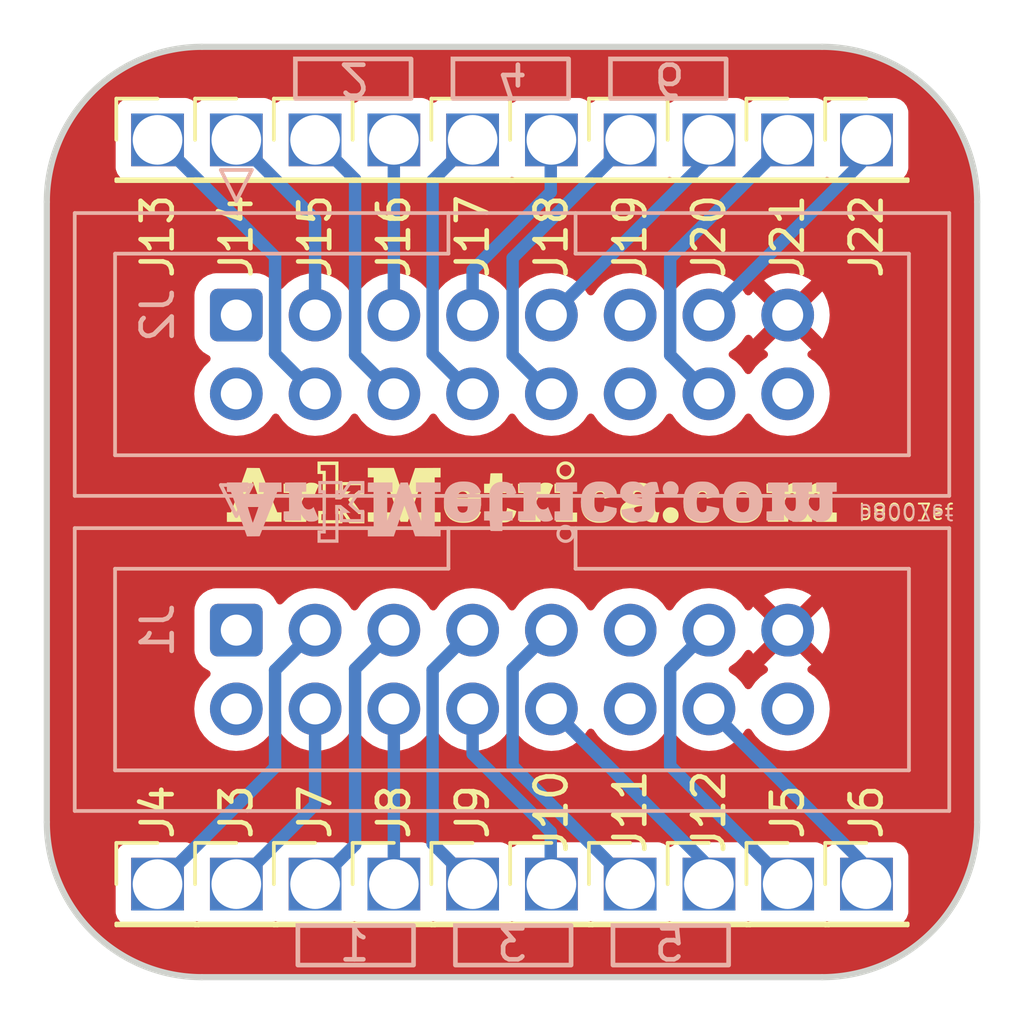
<source format=kicad_pcb>
(kicad_pcb (version 20221018) (generator pcbnew)
  (layers (0 "F.Cu" signal) (31 "B.Cu" signal) (34 "B.Paste" user) (35 "F.Paste" user) (36 "B.SilkS" user "B.Silkscreen") (37 "F.SilkS" user "F.Silkscreen") (38 "B.Mask" user) (39 "F.Mask" user) (44 "Edge.Cuts" user))
  (net 0 "")
  (net 1 "/I_OD_T")
  (net 2 "/V_OD_T")
  (net 3 "/I_1")
  (net 4 "/V_1")
  (net 5 "/I_3")
  (net 6 "/V_3")
  (net 7 "/I_5")
  (net 8 "/V_5")
  (net 9 "/I_OD_B")
  (net 10 "/V_OD_B")
  (net 11 "/I_EV_T")
  (net 12 "/V_EV_T")
  (net 13 "/I_2")
  (net 14 "/V_2")
  (net 15 "/I_4")
  (net 16 "/V_4")
  (net 17 "/I_6")
  (net 18 "/V_6")
  (net 19 "/I_EV_B")
  (net 20 "/V_EV_B")
  (net 27 "GND")
  (footprint "custom:S25-022+P25-4023_OFF" (layer "F.Cu") (at 135.65 82.14)
    (fp_text reference "J15" (at 0 3.11 90) (layer "F.SilkS"))
    (fp_text value "Conn_01x01" hide)
    (pad "1" thru_hole rect (at 0 0) (size 1.7 1.7) (drill 1.6) (layers "*.Cu" "*.Mask") (net 14 "/V_2"))
  )
  (footprint "custom:S25-022+P25-4023_OFF" (layer "F.Cu") (at 133.11 82.14)
    (fp_text reference "J14" (at 0 3.11 90) (layer "F.SilkS"))
    (fp_text value "Conn_01x01" hide)
    (pad "1" thru_hole rect (at 0 0) (size 1.7 1.7) (drill 1.6) (layers "*.Cu" "*.Mask") (net 11 "/I_EV_T"))
  )
  (footprint "custom:S25-022+P25-4023_OFF" (layer "F.Cu") (at 130.57 82.14)
    (fp_text reference "J13" (at 0 3.11 90) (layer "F.SilkS"))
    (fp_text value "Conn_01x01" hide)
    (pad "1" thru_hole rect (at 0 0) (size 1.7 1.7) (drill 1.6) (layers "*.Cu" "*.Mask") (net 12 "/V_EV_T"))
  )
  (footprint "custom:S25-022+P25-4023_OFF" (layer "F.Cu") (at 140.73 106.14)
    (fp_text reference "J9" (at 0 -2.33 90) (layer "F.SilkS"))
    (fp_text value "Conn_01x01" hide)
    (pad "1" thru_hole rect (at 0 0) (size 1.7 1.7) (drill 1.6) (layers "*.Cu" "*.Mask") (net 5 "/I_3"))
  )
  (footprint "custom:S25-022+P25-4023_OFF" (layer "F.Cu") (at 138.19 82.14)
    (fp_text reference "J16" (at 0 3.11 90) (layer "F.SilkS"))
    (fp_text value "Conn_01x01" hide)
    (pad "1" thru_hole rect (at 0 0) (size 1.7 1.7) (drill 1.6) (layers "*.Cu" "*.Mask") (net 13 "/I_2"))
  )
  (footprint "custom:S25-022+P25-4023_OFF" (layer "F.Cu") (at 150.89 106.14)
    (fp_text reference "J5" (at 0 -2.33 90) (layer "F.SilkS"))
    (fp_text value "Conn_01x01" hide)
    (pad "1" thru_hole rect (at 0 0) (size 1.7 1.7) (drill 1.6) (layers "*.Cu" "*.Mask") (net 9 "/I_OD_B"))
  )
  (footprint "custom:S25-022+P25-4023_OFF" (layer "F.Cu") (at 145.81 106.14)
    (fp_text reference "J11" (at 0 -2.33 90) (layer "F.SilkS"))
    (fp_text value "Conn_01x01" hide)
    (pad "1" thru_hole rect (at 0 0) (size 1.7 1.7) (drill 1.6) (layers "*.Cu" "*.Mask") (net 7 "/I_5"))
  )
  (footprint "custom:S25-022+P25-4023_OFF" (layer "F.Cu") (at 148.35 106.14)
    (fp_text reference "J12" (at 0 -2.33 90) (layer "F.SilkS"))
    (fp_text value "Conn_01x01" hide)
    (pad "1" thru_hole rect (at 0 0) (size 1.7 1.7) (drill 1.6) (layers "*.Cu" "*.Mask") (net 8 "/V_5"))
  )
  (footprint "custom:S25-022+P25-4023_OFF" (layer "F.Cu") (at 145.81 82.14)
    (fp_text reference "J19" (at 0 3.11 90) (layer "F.SilkS"))
    (fp_text value "Conn_01x01" hide)
    (pad "1" thru_hole rect (at 0 0) (size 1.7 1.7) (drill 1.6) (layers "*.Cu" "*.Mask") (net 18 "/V_6"))
  )
  (footprint "custom:S25-022+P25-4023_OFF" (layer "F.Cu") (at 135.65 106.14)
    (fp_text reference "J7" (at 0 -2.33 90) (layer "F.SilkS"))
    (fp_text value "Conn_01x01" hide)
    (pad "1" thru_hole rect (at 0 0) (size 1.7 1.7) (drill 1.6) (layers "*.Cu" "*.Mask") (net 3 "/I_1"))
  )
  (footprint "custom:S25-022+P25-4023_OFF" (layer "F.Cu") (at 130.57 106.14)
    (fp_text reference "J4" (at 0 -2.33 90) (layer "F.SilkS"))
    (fp_text value "Conn_01x01" hide)
    (pad "1" thru_hole rect (at 0 0) (size 1.7 1.7) (drill 1.6) (layers "*.Cu" "*.Mask") (net 1 "/I_OD_T"))
  )
  (footprint "custom:S25-022+P25-4023_OFF" (layer "F.Cu") (at 153.43 82.14)
    (fp_text reference "J22" (at 0 3.11 90) (layer "F.SilkS"))
    (fp_text value "Conn_01x01" hide)
    (pad "1" thru_hole rect (at 0 0) (size 1.7 1.7) (drill 1.6) (layers "*.Cu" "*.Mask") (net 19 "/I_EV_B"))
  )
  (footprint "custom:S25-022+P25-4023_OFF" (layer "F.Cu") (at 143.27 82.14)
    (fp_text reference "J18" (at 0 3.11 90) (layer "F.SilkS"))
    (fp_text value "Conn_01x01" hide)
    (pad "1" thru_hole rect (at 0 0) (size 1.7 1.7) (drill 1.6) (layers "*.Cu" "*.Mask") (net 15 "/I_4"))
  )
  (footprint "custom:S25-022+P25-4023_OFF" (layer "F.Cu") (at 140.73 82.14)
    (fp_text reference "J17" (at 0 3.11 90) (layer "F.SilkS"))
    (fp_text value "Conn_01x01" hide)
    (pad "1" thru_hole rect (at 0 0) (size 1.7 1.7) (drill 1.6) (layers "*.Cu" "*.Mask") (net 16 "/V_4"))
  )
  (footprint "custom:S25-022+P25-4023_OFF" (layer "F.Cu") (at 138.19 106.14)
    (fp_text reference "J8" (at 0 -2.33 90) (layer "F.SilkS"))
    (fp_text value "Conn_01x01" hide)
    (pad "1" thru_hole rect (at 0 0) (size 1.7 1.7) (drill 1.6) (layers "*.Cu" "*.Mask") (net 4 "/V_1"))
  )
  (footprint "custom:S25-022+P25-4023_OFF" (layer "F.Cu") (at 150.89 82.14)
    (fp_text reference "J21" (at 0 3.11 90) (layer "F.SilkS"))
    (fp_text value "Conn_01x01" hide)
    (pad "1" thru_hole rect (at 0 0) (size 1.7 1.7) (drill 1.6) (layers "*.Cu" "*.Mask") (net 20 "/V_EV_B"))
  )
  (footprint "custom:site_small" (layer "F.Cu") (at 142.635 93.505)
    (fp_text reference "SYM2" hide)
    (fp_text value "Logo_Open_Hardware_Small" hide)
  )
  (footprint "custom:S25-022+P25-4023_OFF" (layer "F.Cu") (at 153.43 106.14)
    (fp_text reference "J6" (at 0 -2.33 90) (layer "F.SilkS"))
    (fp_text value "Conn_01x01" hide)
    (pad "1" thru_hole rect (at 0 0) (size 1.7 1.7) (drill 1.6) (layers "*.Cu" "*.Mask") (net 10 "/V_OD_B"))
  )
  (footprint "custom:S25-022+P25-4023_OFF" (layer "F.Cu") (at 133.11 106.14)
    (fp_text reference "J3" (at 0 -2.33 90) (layer "F.SilkS"))
    (fp_text value "Conn_01x01" hide)
    (pad "1" thru_hole rect (at 0 0) (size 1.7 1.7) (drill 1.6) (layers "*.Cu" "*.Mask") (net 2 "/V_OD_T"))
  )
  (footprint "custom:S25-022+P25-4023_OFF" (layer "F.Cu") (at 143.27 106.14)
    (fp_text reference "J10" (at 0 -2.33 90) (layer "F.SilkS"))
    (fp_text value "Conn_01x01" hide)
    (pad "1" thru_hole rect (at 0 0) (size 1.7 1.7) (drill 1.6) (layers "*.Cu" "*.Mask") (net 6 "/V_3"))
  )
  (footprint "custom:S25-022+P25-4023_OFF" (layer "F.Cu") (at 148.35 82.14)
    (fp_text reference "J20" (at 0 3.11 90) (layer "F.SilkS"))
    (fp_text value "Conn_01x01" hide)
    (pad "1" thru_hole rect (at 0 0) (size 1.7 1.7) (drill 1.6) (layers "*.Cu" "*.Mask") (net 17 "/I_6"))
  )
  (footprint "custom:HIF3FC-16PA-2.54DSA(71)" (layer "B.Cu") (at 133.11 87.79 -90)
    (fp_text reference "J2" (at 0 2.54 90) (layer "B.SilkS") (effects (justify mirror)))
    (fp_text value "Conn_02x08_Odd_Even" hide)
    (pad "1" thru_hole roundrect (at 0 0 270) (size 1.7 1.7) (drill 1) (layers "*.Cu" "*.Mask") (roundrect_rratio 0.1470588235))
    (pad "2" thru_hole circle (at 2.54 0 270) (size 1.7 1.7) (drill 1) (layers "*.Cu" "*.Mask"))
    (pad "3" thru_hole circle (at 0 -2.54 270) (size 1.7 1.7) (drill 1) (layers "*.Cu" "*.Mask") (net 11 "/I_EV_T"))
    (pad "4" thru_hole circle (at 2.54 -2.54 270) (size 1.7 1.7) (drill 1) (layers "*.Cu" "*.Mask") (net 12 "/V_EV_T"))
    (pad "5" thru_hole circle (at 0 -5.08 270) (size 1.7 1.7) (drill 1) (layers "*.Cu" "*.Mask") (net 13 "/I_2"))
    (pad "6" thru_hole circle (at 2.54 -5.08 270) (size 1.7 1.7) (drill 1) (layers "*.Cu" "*.Mask") (net 14 "/V_2"))
    (pad "7" thru_hole circle (at 0 -7.62 270) (size 1.7 1.7) (drill 1) (layers "*.Cu" "*.Mask") (net 15 "/I_4"))
    (pad "8" thru_hole circle (at 2.54 -7.62 270) (size 1.7 1.7) (drill 1) (layers "*.Cu" "*.Mask") (net 16 "/V_4"))
    (pad "9" thru_hole circle (at 0 -10.16 270) (size 1.7 1.7) (drill 1) (layers "*.Cu" "*.Mask") (net 17 "/I_6"))
    (pad "10" thru_hole circle (at 2.54 -10.16 270) (size 1.7 1.7) (drill 1) (layers "*.Cu" "*.Mask") (net 18 "/V_6"))
    (pad "11" thru_hole circle (at 0 -12.7 270) (size 1.7 1.7) (drill 1) (layers "*.Cu" "*.Mask"))
    (pad "12" thru_hole circle (at 2.54 -12.7 270) (size 1.7 1.7) (drill 1) (layers "*.Cu" "*.Mask"))
    (pad "13" thru_hole circle (at 0 -15.24 270) (size 1.7 1.7) (drill 1) (layers "*.Cu" "*.Mask") (net 19 "/I_EV_B"))
    (pad "14" thru_hole circle (at 2.54 -15.24 270) (size 1.7 1.7) (drill 1) (layers "*.Cu" "*.Mask") (net 20 "/V_EV_B"))
    (pad "15" thru_hole circle (at 0 -17.78 270) (size 1.7 1.7) (drill 1) (layers "*.Cu" "*.Mask") (net 27 "GND"))
    (pad "16" thru_hole circle (at 2.54 -17.78 270) (size 1.7 1.7) (drill 1) (layers "*.Cu" "*.Mask"))
  )
  (footprint "custom:HIF3FC-16PA-2.54DSA(71)" (layer "B.Cu") (at 133.11 97.95 -90)
    (fp_text reference "J1" (at 0 2.54 90) (layer "B.SilkS") (effects (justify mirror)))
    (fp_text value "Conn_02x08_Odd_Even" hide)
    (pad "1" thru_hole roundrect (at 0 0 270) (size 1.7 1.7) (drill 1) (layers "*.Cu" "*.Mask") (roundrect_rratio 0.1470588235))
    (pad "2" thru_hole circle (at 2.54 0 270) (size 1.7 1.7) (drill 1) (layers "*.Cu" "*.Mask"))
    (pad "3" thru_hole circle (at 0 -2.54 270) (size 1.7 1.7) (drill 1) (layers "*.Cu" "*.Mask") (net 1 "/I_OD_T"))
    (pad "4" thru_hole circle (at 2.54 -2.54 270) (size 1.7 1.7) (drill 1) (layers "*.Cu" "*.Mask") (net 2 "/V_OD_T"))
    (pad "5" thru_hole circle (at 0 -5.08 270) (size 1.7 1.7) (drill 1) (layers "*.Cu" "*.Mask") (net 3 "/I_1"))
    (pad "6" thru_hole circle (at 2.54 -5.08 270) (size 1.7 1.7) (drill 1) (layers "*.Cu" "*.Mask") (net 4 "/V_1"))
    (pad "7" thru_hole circle (at 0 -7.62 270) (size 1.7 1.7) (drill 1) (layers "*.Cu" "*.Mask") (net 5 "/I_3"))
    (pad "8" thru_hole circle (at 2.54 -7.62 270) (size 1.7 1.7) (drill 1) (layers "*.Cu" "*.Mask") (net 6 "/V_3"))
    (pad "9" thru_hole circle (at 0 -10.16 270) (size 1.7 1.7) (drill 1) (layers "*.Cu" "*.Mask") (net 7 "/I_5"))
    (pad "10" thru_hole circle (at 2.54 -10.16 270) (size 1.7 1.7) (drill 1) (layers "*.Cu" "*.Mask") (net 8 "/V_5"))
    (pad "11" thru_hole circle (at 0 -12.7 270) (size 1.7 1.7) (drill 1) (layers "*.Cu" "*.Mask"))
    (pad "12" thru_hole circle (at 2.54 -12.7 270) (size 1.7 1.7) (drill 1) (layers "*.Cu" "*.Mask"))
    (pad "13" thru_hole circle (at 0 -15.24 270) (size 1.7 1.7) (drill 1) (layers "*.Cu" "*.Mask") (net 9 "/I_OD_B"))
    (pad "14" thru_hole circle (at 2.54 -15.24 270) (size 1.7 1.7) (drill 1) (layers "*.Cu" "*.Mask") (net 10 "/V_OD_B"))
    (pad "15" thru_hole circle (at 0 -17.78 270) (size 1.7 1.7) (drill 1) (layers "*.Cu" "*.Mask") (net 27 "GND"))
    (pad "16" thru_hole circle (at 2.54 -17.78 270) (size 1.7 1.7) (drill 1) (layers "*.Cu" "*.Mask"))
  )
  (footprint "custom:site_small" (layer "B.Cu") (at 142.635 94.14)
    (fp_text reference "SYM1" hide)
    (fp_text value "Logo_Open_Hardware_Small" hide)
  )
  (gr_rect (start 140.095 79.53) (end 143.825 80.805) (stroke (width 0.15)) (fill none) (layer "B.SilkS"))
  (gr_rect (start 145.255 107.475) (end 148.985 108.75) (stroke (width 0.15)) (fill none) (layer "B.SilkS"))
  (gr_rect (start 140.175 107.475) (end 143.905 108.75) (stroke (width 0.15)) (fill none) (layer "B.SilkS"))
  (gr_rect (start 135.095 107.475) (end 138.825 108.75) (stroke (width 0.15)) (fill none) (layer "B.SilkS"))
  (gr_rect (start 145.175 79.53) (end 148.905 80.805) (stroke (width 0.15)) (fill none) (layer "B.SilkS"))
  (gr_rect (start 135.015 79.53) (end 138.745 80.805) (stroke (width 0.15)) (fill none) (layer "B.SilkS"))
  (gr_line (start 132 109.14) (end 152 109.14) (stroke (width 0.2)) (layer "Edge.Cuts"))
  (gr_arc (start 157 104.14) (mid 155.535534 107.675533) (end 152 109.14) (stroke (width 0.2)) (layer "Edge.Cuts"))
  (gr_line (start 127 104.14) (end 127 84.14) (stroke (width 0.2)) (layer "Edge.Cuts"))
  (gr_arc (start 152 79.14) (mid 155.535533 80.604466) (end 157 84.14) (stroke (width 0.2)) (layer "Edge.Cuts"))
  (gr_arc (start 127 84.14) (mid 128.464466 80.604467) (end 132 79.14) (stroke (width 0.2)) (layer "Edge.Cuts"))
  (gr_line (start 132 79.14) (end 152 79.14) (stroke (width 0.2)) (layer "Edge.Cuts"))
  (gr_line (start 157 104.14) (end 157 84.14) (stroke (width 0.2)) (layer "Edge.Cuts"))
  (gr_arc (start 132 109.14) (mid 128.464467 107.675534) (end 127 104.14) (stroke (width 0.2)) (layer "Edge.Cuts"))
  (gr_text "6" (at 147.08 80.17 180) (layer "B.SilkS") (effects (font (size 1 1)) (justify mirror)))
  (gr_text "1" (at 136.92 108.11) (layer "B.SilkS") (effects (font (size 1 1)) (justify mirror)))
  (gr_text "3" (at 142 108.11) (layer "B.SilkS") (effects (font (size 1 1)) (justify mirror)))
  (gr_text "4" (at 142 80.17 180) (layer "B.SilkS") (effects (font (size 1 1)) (justify mirror)))
  (gr_text "b8007ef" (at 154.7 94.14 180) (layer "B.SilkS") (effects (font (size 0.5 0.5) (thickness 0.0625)) (justify mirror)))
  (gr_text "2" (at 136.92 80.17 180) (layer "B.SilkS") (effects (font (size 1 1)) (justify mirror)))
  (gr_text "5" (at 147.08 108.11) (layer "B.SilkS") (effects (font (size 1 1)) (justify mirror)))
  (gr_text "b8007ef" (at 154.7 94.14) (layer "F.SilkS") (effects (font (size 0.5 0.5) (thickness 0.0625))))
  (segment (start 134.36 99.24) (end 135.65 97.95) (width 0.4) (layer "B.Cu") (net 1))
  (segment (start 130.59 106.14) (end 134.36 102.37) (width 0.4) (layer "B.Cu") (net 1))
  (segment (start 134.36 102.37) (end 134.36 99.24) (width 0.4) (layer "B.Cu") (net 1))
  (segment (start 135.65 103.58) (end 133.09 106.14) (width 0.4) (layer "B.Cu") (net 2))
  (segment (start 135.65 100.49) (end 135.65 103.58) (width 0.4) (layer "B.Cu") (net 2))
  (segment (start 136.94 99.2) (end 136.94 104.87) (width 0.4) (layer "B.Cu") (net 3))
  (segment (start 136.94 104.87) (end 135.67 106.14) (width 0.4) (layer "B.Cu") (net 3))
  (segment (start 138.19 97.95) (end 136.94 99.2) (width 0.4) (layer "B.Cu") (net 3))
  (segment (start 138.19 106.12) (end 138.17 106.14) (width 0.4) (layer "B.Cu") (net 4))
  (segment (start 138.19 100.49) (end 138.19 106.12) (width 0.4) (layer "B.Cu") (net 4))
  (segment (start 139.44 104.83) (end 140.75 106.14) (width 0.4) (layer "B.Cu") (net 5))
  (segment (start 140.73 97.95) (end 139.44 99.24) (width 0.4) (layer "B.Cu") (net 5))
  (segment (start 139.44 99.24) (end 139.44 104.83) (width 0.4) (layer "B.Cu") (net 5))
  (segment (start 140.73 100.49) (end 140.73 101.94) (width 0.4) (layer "B.Cu") (net 6))
  (segment (start 143.25 104.46) (end 143.25 106.14) (width 0.4) (layer "B.Cu") (net 6))
  (segment (start 140.73 101.94) (end 143.25 104.46) (width 0.4) (layer "B.Cu") (net 6))
  (segment (start 143.27 97.95) (end 142.02 99.2) (width 0.4) (layer "B.Cu") (net 7))
  (segment (start 142.02 99.2) (end 142.02 102.33) (width 0.4) (layer "B.Cu") (net 7))
  (segment (start 142.02 102.33) (end 145.83 106.14) (width 0.4) (layer "B.Cu") (net 7))
  (segment (start 143.27 100.49) (end 148.33 105.55) (width 0.4) (layer "B.Cu") (net 8))
  (segment (start 148.33 105.55) (end 148.33 106.14) (width 0.4) (layer "B.Cu") (net 8))
  (segment (start 147.1 102.33) (end 150.91 106.14) (width 0.4) (layer "B.Cu") (net 9))
  (segment (start 148.35 97.95) (end 147.1 99.2) (width 0.4) (layer "B.Cu") (net 9))
  (segment (start 147.1 99.2) (end 147.1 102.33) (width 0.4) (layer "B.Cu") (net 9))
  (segment (start 148.35 100.49) (end 153.41 105.55) (width 0.4) (layer "B.Cu") (net 10))
  (segment (start 153.41 105.55) (end 153.41 106.14) (width 0.4) (layer "B.Cu") (net 10))
  (segment (start 135.65 87.79) (end 135.65 84.7) (width 0.4) (layer "B.Cu") (net 11))
  (segment (start 135.65 84.7) (end 133.09 82.14) (width 0.4) (layer "B.Cu") (net 11))
  (segment (start 134.36 85.91) (end 134.36 89.04) (width 0.4) (layer "B.Cu") (net 12))
  (segment (start 134.36 89.04) (end 135.65 90.33) (width 0.4) (layer "B.Cu") (net 12))
  (segment (start 130.59 82.14) (end 134.36 85.91) (width 0.4) (layer "B.Cu") (net 12))
  (segment (start 138.19 87.79) (end 138.19 82.16) (width 0.4) (layer "B.Cu") (net 13))
  (segment (start 138.19 82.16) (end 138.17 82.14) (width 0.4) (layer "B.Cu") (net 13))
  (segment (start 138.19 90.33) (end 136.94 89.08) (width 0.4) (layer "B.Cu") (net 14))
  (segment (start 136.94 83.41) (end 135.67 82.14) (width 0.4) (layer "B.Cu") (net 14))
  (segment (start 136.94 89.08) (end 136.94 83.41) (width 0.4) (layer "B.Cu") (net 14))
  (segment (start 140.73 87.79) (end 140.73 86.34) (width 0.4) (layer "B.Cu") (net 15))
  (segment (start 143.25 83.82) (end 143.25 82.14) (width 0.4) (layer "B.Cu") (net 15))
  (segment (start 140.73 86.34) (end 143.25 83.82) (width 0.4) (layer "B.Cu") (net 15))
  (segment (start 140.73 90.33) (end 139.44 89.04) (width 0.4) (layer "B.Cu") (net 16))
  (segment (start 139.44 83.45) (end 140.75 82.14) (width 0.4) (layer "B.Cu") (net 16))
  (segment (start 139.44 89.04) (end 139.44 83.45) (width 0.4) (layer "B.Cu") (net 16))
  (segment (start 148.33 82.73) (end 148.33 82.14) (width 0.4) (layer "B.Cu") (net 17))
  (segment (start 143.27 87.79) (end 148.33 82.73) (width 0.4) (layer "B.Cu") (net 17))
  (segment (start 142.02 89.08) (end 142.02 85.95) (width 0.4) (layer "B.Cu") (net 18))
  (segment (start 143.27 90.33) (end 142.02 89.08) (width 0.4) (layer "B.Cu") (net 18))
  (segment (start 142.02 85.95) (end 145.83 82.14) (width 0.4) (layer "B.Cu") (net 18))
  (segment (start 148.35 87.79) (end 153.41 82.73) (width 0.4) (layer "B.Cu") (net 19))
  (segment (start 153.41 82.73) (end 153.41 82.14) (width 0.4) (layer "B.Cu") (net 19))
  (segment (start 147.1 89.08) (end 147.1 85.95) (width 0.4) (layer "B.Cu") (net 20))
  (segment (start 148.35 90.33) (end 147.1 89.08) (width 0.4) (layer "B.Cu") (net 20))
  (segment (start 147.1 85.95) (end 150.91 82.14) (width 0.4) (layer "B.Cu") (net 20))
  (zone (net 27) (net_name "GND") (layer "F.Cu") (connect_pads (clearance 0.5)) (min_thickness 0.25) (fill yes (thermal_gap 0.5) (thermal_bridge_width 0.5))
    (polygon (pts (xy 125.49 77.63) (xy 125.49 110.65) (xy 158.51 110.65) (xy 158.51 77.63)))
  )
)
</source>
